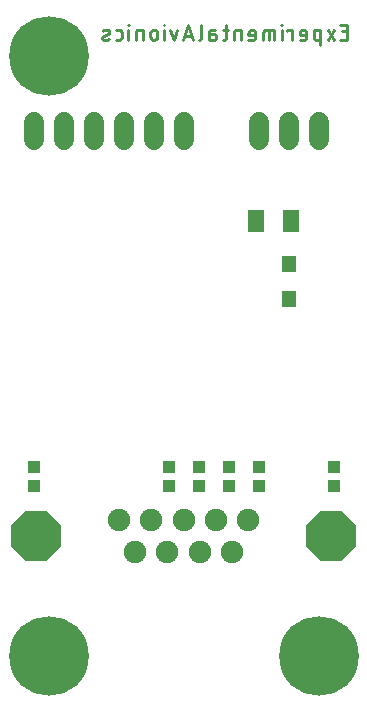
<source format=gbs>
G04 EAGLE Gerber RS-274X export*
G75*
%MOMM*%
%FSLAX34Y34*%
%LPD*%
%INBottom Solder Mask*%
%IPPOS*%
%AMOC8*
5,1,8,0,0,1.08239X$1,22.5*%
G01*
%ADD10C,0.228600*%
%ADD11C,1.651000*%
%ADD12R,1.106100X0.997900*%
%ADD13C,1.905000*%
%ADD14P,4.592581X8X22.500000*%
%ADD15R,1.322500X1.942300*%
%ADD16R,1.242300X1.362400*%
%ADD17C,6.731000*%


D10*
X297900Y496443D02*
X303657Y496443D01*
X303657Y509397D01*
X297900Y509397D01*
X299339Y503640D02*
X303657Y503640D01*
X292938Y496443D02*
X287181Y505079D01*
X292938Y505079D02*
X287181Y496443D01*
X280974Y492125D02*
X280974Y505079D01*
X277375Y505079D01*
X277283Y505077D01*
X277192Y505071D01*
X277101Y505062D01*
X277010Y505048D01*
X276920Y505031D01*
X276831Y505009D01*
X276743Y504984D01*
X276656Y504956D01*
X276570Y504923D01*
X276486Y504887D01*
X276403Y504848D01*
X276322Y504805D01*
X276243Y504758D01*
X276166Y504709D01*
X276091Y504656D01*
X276019Y504600D01*
X275949Y504541D01*
X275881Y504479D01*
X275816Y504414D01*
X275754Y504346D01*
X275695Y504276D01*
X275639Y504204D01*
X275586Y504129D01*
X275537Y504052D01*
X275490Y503973D01*
X275447Y503892D01*
X275408Y503809D01*
X275372Y503725D01*
X275339Y503639D01*
X275311Y503552D01*
X275286Y503464D01*
X275264Y503375D01*
X275247Y503285D01*
X275233Y503194D01*
X275224Y503103D01*
X275218Y503012D01*
X275216Y502920D01*
X275216Y498602D01*
X275218Y498510D01*
X275224Y498419D01*
X275233Y498328D01*
X275247Y498237D01*
X275264Y498147D01*
X275286Y498058D01*
X275311Y497970D01*
X275339Y497883D01*
X275372Y497797D01*
X275408Y497713D01*
X275447Y497630D01*
X275490Y497549D01*
X275537Y497470D01*
X275586Y497393D01*
X275639Y497318D01*
X275695Y497246D01*
X275754Y497176D01*
X275816Y497108D01*
X275881Y497043D01*
X275949Y496981D01*
X276019Y496922D01*
X276091Y496866D01*
X276166Y496813D01*
X276243Y496764D01*
X276322Y496717D01*
X276403Y496674D01*
X276486Y496635D01*
X276570Y496599D01*
X276656Y496566D01*
X276743Y496538D01*
X276831Y496513D01*
X276920Y496491D01*
X277010Y496474D01*
X277101Y496460D01*
X277192Y496451D01*
X277283Y496445D01*
X277375Y496443D01*
X280974Y496443D01*
X267052Y496443D02*
X263454Y496443D01*
X267052Y496443D02*
X267144Y496445D01*
X267235Y496451D01*
X267326Y496460D01*
X267417Y496474D01*
X267507Y496491D01*
X267596Y496513D01*
X267684Y496538D01*
X267771Y496566D01*
X267857Y496599D01*
X267941Y496635D01*
X268024Y496674D01*
X268105Y496717D01*
X268184Y496764D01*
X268261Y496813D01*
X268336Y496866D01*
X268408Y496922D01*
X268478Y496981D01*
X268546Y497043D01*
X268611Y497108D01*
X268673Y497176D01*
X268732Y497246D01*
X268788Y497318D01*
X268841Y497393D01*
X268890Y497470D01*
X268937Y497549D01*
X268980Y497630D01*
X269019Y497713D01*
X269055Y497797D01*
X269088Y497883D01*
X269116Y497970D01*
X269141Y498058D01*
X269163Y498147D01*
X269180Y498237D01*
X269194Y498328D01*
X269203Y498419D01*
X269209Y498510D01*
X269211Y498602D01*
X269211Y502200D01*
X269209Y502306D01*
X269203Y502413D01*
X269193Y502519D01*
X269180Y502624D01*
X269162Y502729D01*
X269140Y502833D01*
X269115Y502937D01*
X269086Y503039D01*
X269053Y503140D01*
X269017Y503240D01*
X268976Y503339D01*
X268932Y503435D01*
X268885Y503531D01*
X268834Y503624D01*
X268780Y503716D01*
X268722Y503805D01*
X268661Y503892D01*
X268597Y503977D01*
X268530Y504060D01*
X268460Y504140D01*
X268386Y504217D01*
X268311Y504291D01*
X268232Y504363D01*
X268151Y504432D01*
X268067Y504497D01*
X267981Y504560D01*
X267893Y504619D01*
X267802Y504675D01*
X267710Y504728D01*
X267615Y504777D01*
X267519Y504823D01*
X267421Y504865D01*
X267322Y504903D01*
X267222Y504938D01*
X267120Y504969D01*
X267017Y504996D01*
X266913Y505020D01*
X266809Y505039D01*
X266703Y505055D01*
X266598Y505067D01*
X266492Y505075D01*
X266385Y505079D01*
X266279Y505079D01*
X266172Y505075D01*
X266066Y505067D01*
X265961Y505055D01*
X265855Y505039D01*
X265751Y505020D01*
X265647Y504996D01*
X265544Y504969D01*
X265442Y504938D01*
X265342Y504903D01*
X265243Y504865D01*
X265145Y504823D01*
X265049Y504777D01*
X264954Y504728D01*
X264862Y504675D01*
X264771Y504619D01*
X264683Y504560D01*
X264597Y504497D01*
X264513Y504432D01*
X264432Y504363D01*
X264353Y504291D01*
X264278Y504217D01*
X264204Y504140D01*
X264134Y504060D01*
X264067Y503977D01*
X264003Y503892D01*
X263942Y503805D01*
X263884Y503716D01*
X263830Y503624D01*
X263779Y503531D01*
X263732Y503435D01*
X263688Y503339D01*
X263647Y503240D01*
X263611Y503140D01*
X263578Y503039D01*
X263549Y502937D01*
X263524Y502833D01*
X263502Y502729D01*
X263484Y502624D01*
X263471Y502519D01*
X263461Y502413D01*
X263455Y502306D01*
X263453Y502200D01*
X263454Y502200D02*
X263454Y500761D01*
X269211Y500761D01*
X256778Y496443D02*
X256778Y505079D01*
X252460Y505079D01*
X252460Y503640D01*
X248081Y505079D02*
X248081Y496443D01*
X248441Y508677D02*
X248441Y509397D01*
X247721Y509397D01*
X247721Y508677D01*
X248441Y508677D01*
X241448Y505079D02*
X241448Y496443D01*
X241448Y505079D02*
X234971Y505079D01*
X234879Y505077D01*
X234788Y505071D01*
X234697Y505062D01*
X234606Y505048D01*
X234516Y505031D01*
X234427Y505009D01*
X234339Y504984D01*
X234252Y504956D01*
X234166Y504923D01*
X234082Y504887D01*
X233999Y504848D01*
X233918Y504805D01*
X233839Y504758D01*
X233762Y504709D01*
X233687Y504656D01*
X233615Y504600D01*
X233545Y504541D01*
X233477Y504479D01*
X233412Y504414D01*
X233350Y504346D01*
X233291Y504276D01*
X233235Y504204D01*
X233182Y504129D01*
X233133Y504052D01*
X233086Y503973D01*
X233043Y503892D01*
X233004Y503809D01*
X232968Y503725D01*
X232935Y503639D01*
X232907Y503552D01*
X232882Y503464D01*
X232860Y503375D01*
X232843Y503285D01*
X232829Y503194D01*
X232820Y503103D01*
X232814Y503012D01*
X232812Y502920D01*
X232812Y496443D01*
X237130Y496443D02*
X237130Y505079D01*
X223705Y496443D02*
X220107Y496443D01*
X223705Y496443D02*
X223797Y496445D01*
X223888Y496451D01*
X223979Y496460D01*
X224070Y496474D01*
X224160Y496491D01*
X224249Y496513D01*
X224337Y496538D01*
X224424Y496566D01*
X224510Y496599D01*
X224594Y496635D01*
X224677Y496674D01*
X224758Y496717D01*
X224837Y496764D01*
X224914Y496813D01*
X224989Y496866D01*
X225061Y496922D01*
X225131Y496981D01*
X225199Y497043D01*
X225264Y497108D01*
X225326Y497176D01*
X225385Y497246D01*
X225441Y497318D01*
X225494Y497393D01*
X225543Y497470D01*
X225590Y497549D01*
X225633Y497630D01*
X225672Y497713D01*
X225708Y497797D01*
X225741Y497883D01*
X225769Y497970D01*
X225794Y498058D01*
X225816Y498147D01*
X225833Y498237D01*
X225847Y498328D01*
X225856Y498419D01*
X225862Y498510D01*
X225864Y498602D01*
X225864Y502200D01*
X225865Y502200D02*
X225863Y502306D01*
X225857Y502413D01*
X225847Y502519D01*
X225834Y502624D01*
X225816Y502729D01*
X225794Y502833D01*
X225769Y502937D01*
X225740Y503039D01*
X225707Y503140D01*
X225671Y503240D01*
X225630Y503339D01*
X225586Y503435D01*
X225539Y503531D01*
X225488Y503624D01*
X225434Y503716D01*
X225376Y503805D01*
X225315Y503892D01*
X225251Y503977D01*
X225184Y504060D01*
X225114Y504140D01*
X225040Y504217D01*
X224965Y504291D01*
X224886Y504363D01*
X224805Y504432D01*
X224721Y504497D01*
X224635Y504560D01*
X224547Y504619D01*
X224456Y504675D01*
X224364Y504728D01*
X224269Y504777D01*
X224173Y504823D01*
X224075Y504865D01*
X223976Y504903D01*
X223876Y504938D01*
X223774Y504969D01*
X223671Y504996D01*
X223567Y505020D01*
X223463Y505039D01*
X223357Y505055D01*
X223252Y505067D01*
X223146Y505075D01*
X223039Y505079D01*
X222933Y505079D01*
X222826Y505075D01*
X222720Y505067D01*
X222615Y505055D01*
X222509Y505039D01*
X222405Y505020D01*
X222301Y504996D01*
X222198Y504969D01*
X222096Y504938D01*
X221996Y504903D01*
X221897Y504865D01*
X221799Y504823D01*
X221703Y504777D01*
X221608Y504728D01*
X221516Y504675D01*
X221425Y504619D01*
X221337Y504560D01*
X221251Y504497D01*
X221167Y504432D01*
X221086Y504363D01*
X221007Y504291D01*
X220932Y504217D01*
X220858Y504140D01*
X220788Y504060D01*
X220721Y503977D01*
X220657Y503892D01*
X220596Y503805D01*
X220538Y503716D01*
X220484Y503624D01*
X220433Y503531D01*
X220386Y503435D01*
X220342Y503339D01*
X220301Y503240D01*
X220265Y503140D01*
X220232Y503039D01*
X220203Y502937D01*
X220178Y502833D01*
X220156Y502729D01*
X220138Y502624D01*
X220125Y502519D01*
X220115Y502413D01*
X220109Y502306D01*
X220107Y502200D01*
X220107Y500761D01*
X225864Y500761D01*
X213545Y496443D02*
X213545Y505079D01*
X209946Y505079D01*
X209854Y505077D01*
X209763Y505071D01*
X209672Y505062D01*
X209581Y505048D01*
X209491Y505031D01*
X209402Y505009D01*
X209314Y504984D01*
X209227Y504956D01*
X209141Y504923D01*
X209057Y504887D01*
X208974Y504848D01*
X208893Y504805D01*
X208814Y504758D01*
X208737Y504709D01*
X208662Y504656D01*
X208590Y504600D01*
X208520Y504541D01*
X208452Y504479D01*
X208387Y504414D01*
X208325Y504346D01*
X208266Y504276D01*
X208210Y504204D01*
X208157Y504129D01*
X208108Y504052D01*
X208061Y503973D01*
X208018Y503892D01*
X207979Y503809D01*
X207943Y503725D01*
X207910Y503639D01*
X207882Y503552D01*
X207857Y503464D01*
X207835Y503375D01*
X207818Y503285D01*
X207804Y503194D01*
X207795Y503103D01*
X207789Y503012D01*
X207787Y502920D01*
X207787Y496443D01*
X202488Y505079D02*
X198170Y505079D01*
X201049Y509397D02*
X201049Y498602D01*
X201047Y498510D01*
X201041Y498419D01*
X201032Y498328D01*
X201018Y498237D01*
X201001Y498147D01*
X200979Y498058D01*
X200954Y497970D01*
X200926Y497883D01*
X200893Y497797D01*
X200857Y497713D01*
X200818Y497630D01*
X200775Y497549D01*
X200728Y497470D01*
X200679Y497393D01*
X200626Y497318D01*
X200570Y497246D01*
X200511Y497176D01*
X200449Y497108D01*
X200384Y497043D01*
X200316Y496981D01*
X200246Y496922D01*
X200174Y496866D01*
X200099Y496813D01*
X200022Y496764D01*
X199943Y496717D01*
X199862Y496674D01*
X199779Y496635D01*
X199695Y496599D01*
X199609Y496566D01*
X199522Y496538D01*
X199434Y496513D01*
X199345Y496491D01*
X199255Y496474D01*
X199164Y496460D01*
X199073Y496451D01*
X198982Y496445D01*
X198890Y496443D01*
X198170Y496443D01*
X190137Y501481D02*
X186899Y501481D01*
X190137Y501481D02*
X190236Y501479D01*
X190335Y501473D01*
X190433Y501464D01*
X190531Y501450D01*
X190628Y501433D01*
X190725Y501411D01*
X190821Y501386D01*
X190915Y501358D01*
X191009Y501325D01*
X191101Y501289D01*
X191192Y501250D01*
X191281Y501206D01*
X191368Y501160D01*
X191453Y501110D01*
X191536Y501056D01*
X191618Y501000D01*
X191696Y500940D01*
X191773Y500877D01*
X191847Y500812D01*
X191918Y500743D01*
X191987Y500672D01*
X192052Y500598D01*
X192115Y500521D01*
X192175Y500443D01*
X192231Y500361D01*
X192285Y500278D01*
X192335Y500193D01*
X192381Y500106D01*
X192425Y500017D01*
X192464Y499926D01*
X192500Y499834D01*
X192533Y499740D01*
X192561Y499646D01*
X192586Y499550D01*
X192608Y499453D01*
X192625Y499356D01*
X192639Y499258D01*
X192648Y499160D01*
X192654Y499061D01*
X192656Y498962D01*
X192654Y498863D01*
X192648Y498764D01*
X192639Y498666D01*
X192625Y498568D01*
X192608Y498471D01*
X192586Y498374D01*
X192561Y498278D01*
X192533Y498184D01*
X192500Y498090D01*
X192464Y497998D01*
X192425Y497907D01*
X192381Y497818D01*
X192335Y497731D01*
X192285Y497646D01*
X192231Y497563D01*
X192175Y497481D01*
X192115Y497403D01*
X192052Y497326D01*
X191987Y497252D01*
X191918Y497181D01*
X191847Y497112D01*
X191773Y497047D01*
X191696Y496984D01*
X191618Y496924D01*
X191536Y496868D01*
X191453Y496814D01*
X191368Y496764D01*
X191281Y496718D01*
X191192Y496674D01*
X191101Y496635D01*
X191009Y496599D01*
X190915Y496566D01*
X190821Y496538D01*
X190725Y496513D01*
X190628Y496491D01*
X190531Y496474D01*
X190433Y496460D01*
X190335Y496451D01*
X190236Y496445D01*
X190137Y496443D01*
X186899Y496443D01*
X186899Y502920D01*
X186901Y503012D01*
X186907Y503103D01*
X186916Y503194D01*
X186930Y503285D01*
X186947Y503375D01*
X186969Y503464D01*
X186994Y503552D01*
X187022Y503639D01*
X187055Y503725D01*
X187091Y503809D01*
X187130Y503892D01*
X187173Y503973D01*
X187220Y504052D01*
X187269Y504129D01*
X187322Y504204D01*
X187378Y504276D01*
X187437Y504346D01*
X187499Y504414D01*
X187564Y504479D01*
X187632Y504541D01*
X187702Y504600D01*
X187774Y504656D01*
X187849Y504709D01*
X187926Y504758D01*
X188005Y504805D01*
X188086Y504848D01*
X188169Y504887D01*
X188253Y504923D01*
X188339Y504956D01*
X188426Y504984D01*
X188514Y505009D01*
X188603Y505031D01*
X188693Y505048D01*
X188784Y505062D01*
X188875Y505071D01*
X188966Y505077D01*
X189058Y505079D01*
X191937Y505079D01*
X180175Y509397D02*
X180175Y498602D01*
X180173Y498510D01*
X180167Y498419D01*
X180158Y498328D01*
X180144Y498237D01*
X180127Y498147D01*
X180105Y498058D01*
X180080Y497970D01*
X180052Y497883D01*
X180019Y497797D01*
X179983Y497713D01*
X179944Y497630D01*
X179901Y497549D01*
X179854Y497470D01*
X179805Y497393D01*
X179752Y497318D01*
X179696Y497246D01*
X179637Y497176D01*
X179575Y497108D01*
X179510Y497043D01*
X179442Y496981D01*
X179372Y496922D01*
X179300Y496866D01*
X179225Y496813D01*
X179148Y496764D01*
X179069Y496717D01*
X178988Y496674D01*
X178905Y496635D01*
X178821Y496599D01*
X178735Y496566D01*
X178648Y496538D01*
X178560Y496513D01*
X178471Y496491D01*
X178381Y496474D01*
X178290Y496460D01*
X178199Y496451D01*
X178108Y496445D01*
X178016Y496443D01*
X173462Y496443D02*
X169144Y509397D01*
X164826Y496443D01*
X165906Y499682D02*
X172383Y499682D01*
X159703Y505079D02*
X156824Y496443D01*
X153946Y505079D01*
X148611Y505079D02*
X148611Y496443D01*
X148971Y508677D02*
X148971Y509397D01*
X148251Y509397D01*
X148251Y508677D01*
X148971Y508677D01*
X142821Y502200D02*
X142821Y499322D01*
X142821Y502200D02*
X142819Y502306D01*
X142813Y502413D01*
X142803Y502519D01*
X142790Y502624D01*
X142772Y502729D01*
X142750Y502833D01*
X142725Y502937D01*
X142696Y503039D01*
X142663Y503140D01*
X142627Y503240D01*
X142586Y503339D01*
X142542Y503435D01*
X142495Y503531D01*
X142444Y503624D01*
X142390Y503716D01*
X142332Y503805D01*
X142271Y503892D01*
X142207Y503977D01*
X142140Y504060D01*
X142070Y504140D01*
X141996Y504217D01*
X141921Y504291D01*
X141842Y504363D01*
X141761Y504432D01*
X141677Y504497D01*
X141591Y504560D01*
X141503Y504619D01*
X141412Y504675D01*
X141320Y504728D01*
X141225Y504777D01*
X141129Y504823D01*
X141031Y504865D01*
X140932Y504903D01*
X140832Y504938D01*
X140730Y504969D01*
X140627Y504996D01*
X140523Y505020D01*
X140419Y505039D01*
X140313Y505055D01*
X140208Y505067D01*
X140102Y505075D01*
X139995Y505079D01*
X139889Y505079D01*
X139782Y505075D01*
X139676Y505067D01*
X139571Y505055D01*
X139465Y505039D01*
X139361Y505020D01*
X139257Y504996D01*
X139154Y504969D01*
X139052Y504938D01*
X138952Y504903D01*
X138853Y504865D01*
X138755Y504823D01*
X138659Y504777D01*
X138564Y504728D01*
X138472Y504675D01*
X138381Y504619D01*
X138293Y504560D01*
X138207Y504497D01*
X138123Y504432D01*
X138042Y504363D01*
X137963Y504291D01*
X137888Y504217D01*
X137814Y504140D01*
X137744Y504060D01*
X137677Y503977D01*
X137613Y503892D01*
X137552Y503805D01*
X137494Y503716D01*
X137440Y503624D01*
X137389Y503531D01*
X137342Y503435D01*
X137298Y503339D01*
X137257Y503240D01*
X137221Y503140D01*
X137188Y503039D01*
X137159Y502937D01*
X137134Y502833D01*
X137112Y502729D01*
X137094Y502624D01*
X137081Y502519D01*
X137071Y502413D01*
X137065Y502306D01*
X137063Y502200D01*
X137063Y499322D01*
X137065Y499216D01*
X137071Y499109D01*
X137081Y499003D01*
X137094Y498898D01*
X137112Y498793D01*
X137134Y498689D01*
X137159Y498585D01*
X137188Y498483D01*
X137221Y498382D01*
X137257Y498282D01*
X137298Y498183D01*
X137342Y498087D01*
X137389Y497991D01*
X137440Y497898D01*
X137494Y497806D01*
X137552Y497717D01*
X137613Y497630D01*
X137677Y497545D01*
X137744Y497462D01*
X137814Y497382D01*
X137888Y497305D01*
X137963Y497231D01*
X138042Y497159D01*
X138123Y497090D01*
X138207Y497025D01*
X138293Y496962D01*
X138381Y496903D01*
X138472Y496847D01*
X138564Y496794D01*
X138659Y496745D01*
X138755Y496699D01*
X138853Y496657D01*
X138952Y496619D01*
X139052Y496584D01*
X139154Y496553D01*
X139257Y496526D01*
X139361Y496502D01*
X139465Y496483D01*
X139571Y496467D01*
X139676Y496455D01*
X139782Y496447D01*
X139889Y496443D01*
X139995Y496443D01*
X140102Y496447D01*
X140208Y496455D01*
X140313Y496467D01*
X140419Y496483D01*
X140523Y496502D01*
X140627Y496526D01*
X140730Y496553D01*
X140832Y496584D01*
X140932Y496619D01*
X141031Y496657D01*
X141129Y496699D01*
X141225Y496745D01*
X141320Y496794D01*
X141412Y496847D01*
X141503Y496903D01*
X141591Y496962D01*
X141677Y497025D01*
X141761Y497090D01*
X141842Y497159D01*
X141921Y497231D01*
X141996Y497305D01*
X142070Y497382D01*
X142140Y497462D01*
X142207Y497545D01*
X142271Y497630D01*
X142332Y497717D01*
X142390Y497806D01*
X142444Y497898D01*
X142495Y497991D01*
X142542Y498087D01*
X142586Y498183D01*
X142627Y498282D01*
X142663Y498382D01*
X142696Y498483D01*
X142725Y498585D01*
X142750Y498689D01*
X142772Y498793D01*
X142790Y498898D01*
X142803Y499003D01*
X142813Y499109D01*
X142819Y499216D01*
X142821Y499322D01*
X130501Y496443D02*
X130501Y505079D01*
X126903Y505079D01*
X126811Y505077D01*
X126720Y505071D01*
X126629Y505062D01*
X126538Y505048D01*
X126448Y505031D01*
X126359Y505009D01*
X126271Y504984D01*
X126184Y504956D01*
X126098Y504923D01*
X126014Y504887D01*
X125931Y504848D01*
X125850Y504805D01*
X125771Y504758D01*
X125694Y504709D01*
X125619Y504656D01*
X125547Y504600D01*
X125477Y504541D01*
X125409Y504479D01*
X125344Y504414D01*
X125282Y504346D01*
X125223Y504276D01*
X125167Y504204D01*
X125114Y504129D01*
X125065Y504052D01*
X125018Y503973D01*
X124975Y503892D01*
X124936Y503809D01*
X124900Y503725D01*
X124867Y503639D01*
X124839Y503552D01*
X124814Y503464D01*
X124792Y503375D01*
X124775Y503285D01*
X124761Y503194D01*
X124752Y503103D01*
X124746Y503012D01*
X124744Y502920D01*
X124744Y496443D01*
X118497Y496443D02*
X118497Y505079D01*
X118856Y508677D02*
X118856Y509397D01*
X118137Y509397D01*
X118137Y508677D01*
X118856Y508677D01*
X110524Y496443D02*
X107645Y496443D01*
X110524Y496443D02*
X110616Y496445D01*
X110707Y496451D01*
X110798Y496460D01*
X110889Y496474D01*
X110979Y496491D01*
X111068Y496513D01*
X111156Y496538D01*
X111243Y496566D01*
X111329Y496599D01*
X111413Y496635D01*
X111496Y496674D01*
X111577Y496717D01*
X111656Y496764D01*
X111733Y496813D01*
X111808Y496866D01*
X111880Y496922D01*
X111950Y496981D01*
X112018Y497043D01*
X112083Y497108D01*
X112145Y497176D01*
X112204Y497246D01*
X112260Y497318D01*
X112313Y497393D01*
X112362Y497470D01*
X112409Y497549D01*
X112452Y497630D01*
X112491Y497713D01*
X112527Y497797D01*
X112560Y497883D01*
X112588Y497970D01*
X112613Y498058D01*
X112635Y498147D01*
X112652Y498237D01*
X112666Y498328D01*
X112675Y498419D01*
X112681Y498510D01*
X112683Y498602D01*
X112683Y502920D01*
X112681Y503012D01*
X112675Y503103D01*
X112666Y503194D01*
X112652Y503285D01*
X112635Y503375D01*
X112613Y503464D01*
X112588Y503552D01*
X112560Y503639D01*
X112527Y503725D01*
X112491Y503809D01*
X112452Y503892D01*
X112409Y503973D01*
X112362Y504052D01*
X112313Y504129D01*
X112260Y504204D01*
X112204Y504276D01*
X112145Y504346D01*
X112083Y504414D01*
X112018Y504479D01*
X111950Y504541D01*
X111880Y504600D01*
X111808Y504656D01*
X111733Y504709D01*
X111656Y504758D01*
X111577Y504805D01*
X111496Y504848D01*
X111413Y504887D01*
X111329Y504923D01*
X111243Y504956D01*
X111156Y504984D01*
X111068Y505009D01*
X110979Y505031D01*
X110889Y505048D01*
X110798Y505062D01*
X110707Y505071D01*
X110616Y505077D01*
X110524Y505079D01*
X107645Y505079D01*
X101132Y501481D02*
X97534Y500041D01*
X101132Y501480D02*
X101210Y501514D01*
X101287Y501551D01*
X101361Y501591D01*
X101434Y501634D01*
X101505Y501681D01*
X101573Y501731D01*
X101640Y501785D01*
X101703Y501841D01*
X101764Y501900D01*
X101823Y501961D01*
X101878Y502025D01*
X101931Y502092D01*
X101980Y502161D01*
X102027Y502232D01*
X102070Y502306D01*
X102109Y502381D01*
X102145Y502458D01*
X102178Y502536D01*
X102207Y502616D01*
X102232Y502697D01*
X102254Y502779D01*
X102272Y502862D01*
X102286Y502946D01*
X102296Y503030D01*
X102302Y503114D01*
X102305Y503199D01*
X102304Y503284D01*
X102298Y503369D01*
X102289Y503453D01*
X102277Y503537D01*
X102260Y503620D01*
X102240Y503703D01*
X102215Y503784D01*
X102188Y503864D01*
X102156Y503943D01*
X102121Y504021D01*
X102083Y504096D01*
X102041Y504170D01*
X101996Y504242D01*
X101947Y504312D01*
X101896Y504379D01*
X101841Y504444D01*
X101784Y504507D01*
X101723Y504567D01*
X101661Y504624D01*
X101595Y504678D01*
X101527Y504729D01*
X101457Y504777D01*
X101385Y504821D01*
X101311Y504863D01*
X101235Y504901D01*
X101157Y504935D01*
X101078Y504966D01*
X100998Y504993D01*
X100916Y505017D01*
X100834Y505037D01*
X100750Y505053D01*
X100666Y505065D01*
X100582Y505074D01*
X100497Y505078D01*
X100412Y505079D01*
X100216Y505074D01*
X100019Y505064D01*
X99823Y505049D01*
X99628Y505030D01*
X99433Y505006D01*
X99238Y504977D01*
X99045Y504944D01*
X98852Y504906D01*
X98660Y504863D01*
X98469Y504816D01*
X98280Y504764D01*
X98092Y504708D01*
X97905Y504647D01*
X97719Y504582D01*
X97536Y504512D01*
X97354Y504438D01*
X97174Y504359D01*
X97534Y500042D02*
X97456Y500008D01*
X97379Y499971D01*
X97305Y499931D01*
X97232Y499888D01*
X97161Y499841D01*
X97093Y499791D01*
X97026Y499737D01*
X96963Y499681D01*
X96902Y499622D01*
X96843Y499561D01*
X96788Y499497D01*
X96735Y499430D01*
X96686Y499361D01*
X96639Y499290D01*
X96596Y499216D01*
X96557Y499141D01*
X96521Y499064D01*
X96488Y498986D01*
X96459Y498906D01*
X96434Y498825D01*
X96412Y498743D01*
X96394Y498660D01*
X96380Y498576D01*
X96370Y498492D01*
X96364Y498408D01*
X96361Y498323D01*
X96362Y498238D01*
X96368Y498153D01*
X96377Y498069D01*
X96389Y497985D01*
X96406Y497902D01*
X96426Y497819D01*
X96451Y497738D01*
X96478Y497658D01*
X96510Y497579D01*
X96545Y497501D01*
X96583Y497426D01*
X96625Y497352D01*
X96670Y497280D01*
X96719Y497210D01*
X96770Y497143D01*
X96825Y497078D01*
X96882Y497015D01*
X96943Y496955D01*
X97005Y496898D01*
X97071Y496844D01*
X97139Y496793D01*
X97209Y496745D01*
X97281Y496701D01*
X97355Y496659D01*
X97431Y496621D01*
X97509Y496587D01*
X97588Y496556D01*
X97668Y496529D01*
X97750Y496505D01*
X97832Y496485D01*
X97916Y496469D01*
X98000Y496457D01*
X98084Y496448D01*
X98169Y496444D01*
X98254Y496443D01*
X98253Y496443D02*
X98542Y496451D01*
X98830Y496465D01*
X99118Y496486D01*
X99405Y496514D01*
X99692Y496549D01*
X99978Y496591D01*
X100262Y496639D01*
X100546Y496694D01*
X100828Y496756D01*
X101108Y496824D01*
X101387Y496899D01*
X101664Y496980D01*
X101939Y497068D01*
X102211Y497163D01*
D11*
X228600Y426720D02*
X228600Y411480D01*
X254000Y411480D02*
X254000Y426720D01*
X279400Y426720D02*
X279400Y411480D01*
X38100Y411480D02*
X38100Y426720D01*
X63500Y426720D02*
X63500Y411480D01*
X88900Y411480D02*
X88900Y426720D01*
X114300Y426720D02*
X114300Y411480D01*
X139700Y411480D02*
X139700Y426720D01*
X165100Y426720D02*
X165100Y411480D01*
D12*
X228600Y119004D03*
X228600Y134996D03*
X38100Y119004D03*
X38100Y134996D03*
X177800Y119004D03*
X177800Y134996D03*
X203200Y119004D03*
X203200Y134996D03*
X152400Y119004D03*
X152400Y134996D03*
D13*
X110300Y89900D03*
X124000Y62500D03*
X137700Y89900D03*
X151400Y62500D03*
X165100Y89900D03*
X178800Y62500D03*
X192500Y89900D03*
X206200Y62500D03*
X219900Y89900D03*
D14*
X40100Y76200D03*
X290100Y76200D03*
D12*
X292100Y119004D03*
X292100Y134996D03*
D15*
X226701Y342900D03*
X255899Y342900D03*
D16*
X254000Y307000D03*
X254000Y277200D03*
D17*
X50800Y-25400D03*
X279400Y-25400D03*
X50800Y482600D03*
M02*

</source>
